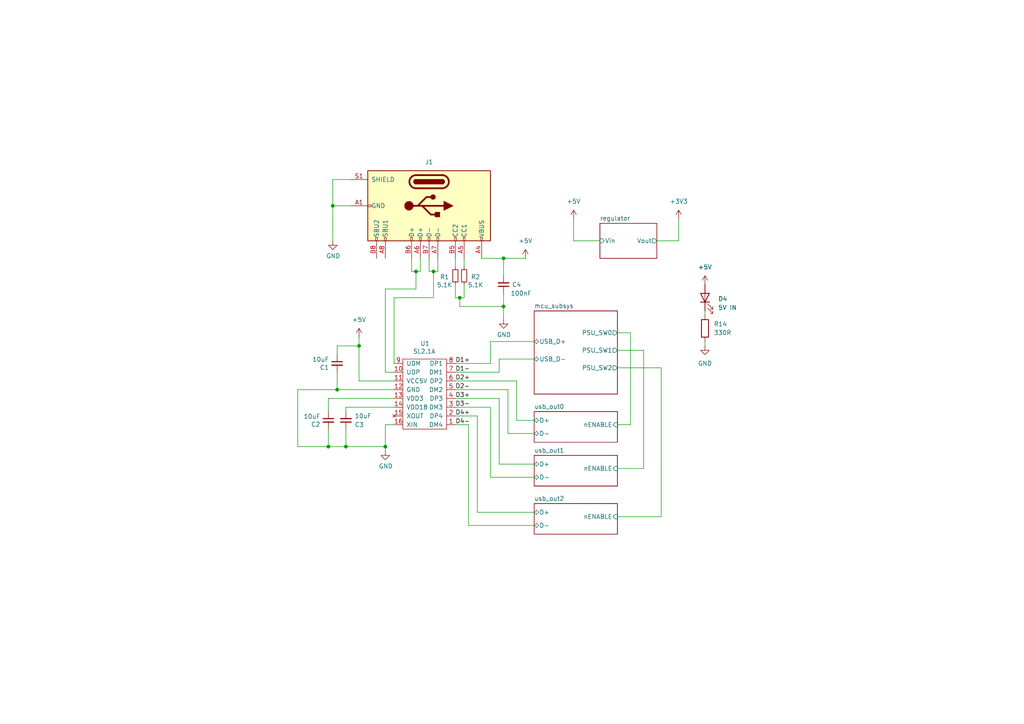
<source format=kicad_sch>
(kicad_sch (version 20211123) (generator eeschema)
  (paper "A4")
  (lib_symbols
    (symbol "Connector:USB_C_Receptacle_USB2.0" (pin_names (offset 1.016))
      (property "Reference" "J" (at -10.16 19.05 0))
      (property "Value" "USB_C_Receptacle_USB2.0" (at 19.05 19.05 0))
      (symbol "USB_C_Receptacle_USB2.0_0_0"
        (rectangle (start -0.254 -17.78) (end 0.254 -16.764))
        (rectangle (start 10.16 -14.986) (end 9.144 -15.494))
        (rectangle (start 10.16 -12.446) (end 9.144 -12.954))
        (rectangle (start 10.16 -4.826) (end 9.144 -5.334))
        (rectangle (start 10.16 -2.286) (end 9.144 -2.794))
        (rectangle (start 10.16 0.254) (end 9.144 -0.254))
        (rectangle (start 10.16 2.794) (end 9.144 2.286))
        (rectangle (start 10.16 7.874) (end 9.144 7.366))
        (rectangle (start 10.16 10.414) (end 9.144 9.906))
        (rectangle (start 10.16 15.494) (end 9.144 14.986))
      )
      (symbol "USB_C_Receptacle_USB2.0_0_1"
        (rectangle (start -10.16 17.78) (end 10.16 -17.78) (stroke (width 0.254)) (fill (type background)))
        (arc (start -8.89 -3.81) (mid -6.985 -5.715) (end -5.08 -3.81) (stroke (width 0.508)))
        (arc (start -7.62 -3.81) (mid -6.985 -4.445) (end -6.35 -3.81) (stroke (width 0.254)))
        (arc (start -7.62 -3.81) (mid -6.985 -4.445) (end -6.35 -3.81) (stroke (width 0.254)) (fill (type outline)))
        (rectangle (start -7.62 -3.81) (end -6.35 3.81) (stroke (width 0.254)) (fill (type outline)))
        (arc (start -6.35 3.81) (mid -6.985 4.445) (end -7.62 3.81) (stroke (width 0.254)))
        (arc (start -6.35 3.81) (mid -6.985 4.445) (end -7.62 3.81) (stroke (width 0.254)) (fill (type outline)))
        (arc (start -5.08 3.81) (mid -6.985 5.715) (end -8.89 3.81) (stroke (width 0.508)))
        (circle (center -2.54 1.143) (radius 0.635) (stroke (width 0.254)) (fill (type outline)))
        (circle (center 0 -5.842) (radius 1.27) (fill (type outline)))
        (polyline (pts (xy -8.89 -3.81) (xy -8.89 3.81)) (stroke (width 0.508)))
        (polyline (pts (xy -5.08 3.81) (xy -5.08 -3.81)) (stroke (width 0.508)))
        (polyline (pts (xy 0 -5.842) (xy 0 4.318)) (stroke (width 0.508)))
        (polyline (pts (xy 0 -3.302) (xy -2.54 -0.762) (xy -2.54 0.508)) (stroke (width 0.508)))
        (polyline (pts (xy 0 -2.032) (xy 2.54 0.508) (xy 2.54 1.778)) (stroke (width 0.508)))
        (polyline (pts (xy -1.27 4.318) (xy 0 6.858) (xy 1.27 4.318) (xy -1.27 4.318)) (stroke (width 0.254)) (fill (type outline)))
        (rectangle (start 1.905 1.778) (end 3.175 3.048) (stroke (width 0.254)) (fill (type outline)))
      )
      (symbol "USB_C_Receptacle_USB2.0_1_1"
        (pin passive line (at 0 -22.86 90) (length 5.08) (name "GND") (number "A1"))
        (pin passive line (at 0 -22.86 90) (length 5.08) hide (name "GND") (number "A12"))
        (pin passive line (at 15.24 15.24 180) (length 5.08) (name "VBUS") (number "A4"))
        (pin bidirectional line (at 15.24 10.16 180) (length 5.08) (name "CC1") (number "A5"))
        (pin bidirectional line (at 15.24 -2.54 180) (length 5.08) (name "D+") (number "A6"))
        (pin bidirectional line (at 15.24 2.54 180) (length 5.08) (name "D-") (number "A7"))
        (pin bidirectional line (at 15.24 -12.7 180) (length 5.08) (name "SBU1") (number "A8"))
        (pin passive line (at 15.24 15.24 180) (length 5.08) hide (name "VBUS") (number "A9"))
        (pin passive line (at 0 -22.86 90) (length 5.08) hide (name "GND") (number "B1"))
        (pin passive line (at 0 -22.86 90) (length 5.08) hide (name "GND") (number "B12"))
        (pin passive line (at 15.24 15.24 180) (length 5.08) hide (name "VBUS") (number "B4"))
        (pin bidirectional line (at 15.24 7.62 180) (length 5.08) (name "CC2") (number "B5"))
        (pin bidirectional line (at 15.24 -5.08 180) (length 5.08) (name "D+") (number "B6"))
        (pin bidirectional line (at 15.24 0 180) (length 5.08) (name "D-") (number "B7"))
        (pin bidirectional line (at 15.24 -15.24 180) (length 5.08) (name "SBU2") (number "B8"))
        (pin passive line (at 15.24 15.24 180) (length 5.08) hide (name "VBUS") (number "B9"))
        (pin passive line (at -7.62 -22.86 90) (length 5.08) (name "SHIELD") (number "S1"))
      )
    )
    (symbol "Device:C_Small" (pin_numbers hide) (pin_names (offset 0.254) hide)
      (property "Reference" "C" (at 0.254 1.778 0))
      (property "Value" "C_Small" (at 0.254 -2.032 0))
      (symbol "C_Small_0_1"
        (polyline (pts (xy -1.524 -0.508) (xy 1.524 -0.508)) (stroke (width 0.3302)))
        (polyline (pts (xy -1.524 0.508) (xy 1.524 0.508)) (stroke (width 0.3048)))
      )
      (symbol "C_Small_1_1"
        (pin passive line (at 0 2.54 270) (length 2.032) (name "~") (number "1"))
        (pin passive line (at 0 -2.54 90) (length 2.032) (name "~") (number "2"))
      )
    )
    (symbol "Device:LED" (pin_numbers hide) (pin_names (offset 1.016) hide)
      (property "Reference" "D" (at 0 2.54 0))
      (property "Value" "LED" (at 0 -2.54 0))
      (symbol "LED_0_1"
        (polyline (pts (xy -1.27 -1.27) (xy -1.27 1.27)) (stroke (width 0.254)))
        (polyline (pts (xy -1.27 0) (xy 1.27 0)))
        (polyline (pts (xy 1.27 -1.27) (xy 1.27 1.27) (xy -1.27 0) (xy 1.27 -1.27)) (stroke (width 0.254)))
        (polyline (pts (xy -3.048 -0.762) (xy -4.572 -2.286) (xy -3.81 -2.286) (xy -4.572 -2.286) (xy -4.572 -1.524)))
        (polyline (pts (xy -1.778 -0.762) (xy -3.302 -2.286) (xy -2.54 -2.286) (xy -3.302 -2.286) (xy -3.302 -1.524)))
      )
      (symbol "LED_1_1"
        (pin passive line (at -3.81 0 0) (length 2.54) (name "K") (number "1"))
        (pin passive line (at 3.81 0 180) (length 2.54) (name "A") (number "2"))
      )
    )
    (symbol "Device:R" (pin_numbers hide) (pin_names (offset 0))
      (property "Reference" "R" (at 2.032 0 90))
      (property "Value" "R" (at 0 0 90))
      (symbol "R_0_1"
        (rectangle (start -1.016 -2.54) (end 1.016 2.54) (stroke (width 0.254)))
      )
      (symbol "R_1_1"
        (pin passive line (at 0 3.81 270) (length 1.27) (name "~") (number "1"))
        (pin passive line (at 0 -3.81 90) (length 1.27) (name "~") (number "2"))
      )
    )
    (symbol "Device:R_Small" (pin_numbers hide) (pin_names (offset 0.254) hide)
      (property "Reference" "R" (at 0.762 0.508 0))
      (property "Value" "R_Small" (at 0.762 -1.016 0))
      (symbol "R_Small_0_1"
        (rectangle (start -0.762 1.778) (end 0.762 -1.778) (stroke (width 0.2032)))
      )
      (symbol "R_Small_1_1"
        (pin passive line (at 0 2.54 270) (length 0.762) (name "~") (number "1"))
        (pin passive line (at 0 -2.54 90) (length 0.762) (name "~") (number "2"))
      )
    )
    (symbol "SL2.1A:SL2.1A" (pin_names (offset 1.016))
      (property "Reference" "U1" (at -1.27 -24.765 0))
      (property "Value" "SL2.1A" (at -1.27 -22.4536 0))
      (symbol "SL2.1A_0_1"
        (rectangle (start -5.08 20.32) (end 7.62 0))
      )
      (symbol "SL2.1A_1_1"
        (pin output line (at -7.62 19.05 0) (length 2.54) (name "DM4") (number "1"))
        (pin input line (at 10.16 3.81 180) (length 2.54) (name "UDP") (number "10"))
        (pin power_in line (at 10.16 6.35 180) (length 2.54) (name "VCC5V") (number "11"))
        (pin power_in line (at 10.16 8.89 180) (length 2.54) (name "GND") (number "12"))
        (pin power_out line (at 10.16 11.43 180) (length 2.54) (name "VDD3") (number "13"))
        (pin power_out line (at 10.16 13.97 180) (length 2.54) (name "VDD18") (number "14"))
        (pin no_connect line (at 10.16 16.51 180) (length 2.54) (name "XOUT") (number "15"))
        (pin power_in line (at 10.16 19.05 180) (length 2.54) (name "XIN") (number "16"))
        (pin output line (at -7.62 16.51 0) (length 2.54) (name "DP4") (number "2"))
        (pin output line (at -7.62 13.97 0) (length 2.54) (name "DM3") (number "3"))
        (pin output line (at -7.62 11.43 0) (length 2.54) (name "DP3") (number "4"))
        (pin output line (at -7.62 8.89 0) (length 2.54) (name "DM2") (number "5"))
        (pin output line (at -7.62 6.35 0) (length 2.54) (name "DP2") (number "6"))
        (pin output line (at -7.62 3.81 0) (length 2.54) (name "DM1") (number "7"))
        (pin output line (at -7.62 1.27 0) (length 2.54) (name "DP1") (number "8"))
        (pin input line (at 10.16 1.27 180) (length 2.54) (name "UDM") (number "9"))
      )
    )
    (symbol "power:+3V3" (power) (pin_names (offset 0))
      (property "Value" "+3V3" (at 0 3.556 0))
      (symbol "+3V3_0_1"
        (polyline (pts (xy -0.762 1.27) (xy 0 2.54)))
        (polyline (pts (xy 0 0) (xy 0 2.54)))
        (polyline (pts (xy 0 2.54) (xy 0.762 1.27)))
      )
      (symbol "+3V3_1_1"
        (pin power_in line (at 0 0 90) (length 0) hide (name "+3V3") (number "1"))
      )
    )
    (symbol "power:+5V" (power) (pin_names (offset 0))
      (property "Value" "+5V" (at 0 3.556 0))
      (symbol "+5V_0_1"
        (polyline (pts (xy -0.762 1.27) (xy 0 2.54)))
        (polyline (pts (xy 0 0) (xy 0 2.54)))
        (polyline (pts (xy 0 2.54) (xy 0.762 1.27)))
      )
      (symbol "+5V_1_1"
        (pin power_in line (at 0 0 90) (length 0) hide (name "+5V") (number "1"))
      )
    )
    (symbol "power:GND" (power) (pin_names (offset 0))
      (property "Value" "GND" (at 0 -3.81 0))
      (symbol "GND_0_1"
        (polyline (pts (xy 0 0) (xy 0 -1.27) (xy 1.27 -1.27) (xy 0 -2.54) (xy -1.27 -1.27) (xy 0 -1.27)))
      )
      (symbol "GND_1_1"
        (pin power_in line (at 0 0 270) (length 0) hide (name "GND") (number "1"))
      )
    )
  )
  (junction (at 111.76 129.54))
  (junction (at 97.79 113.03))
  (junction (at 104.14 100.33))
  (junction (at 125.73 78.74))
  (junction (at 95.25 129.54))
  (junction (at 100.33 129.54))
  (junction (at 146.05 88.9))
  (junction (at 96.52 59.69))
  (junction (at 146.05 74.93))
  (junction (at 120.65 78.74))
  (junction (at 133.35 86.36))
  (wire (pts (xy 120.65 78.74) (xy 119.38 78.74)))
  (wire (pts (xy 95.25 129.54) (xy 100.33 129.54)))
  (wire (pts (xy 135.89 152.4) (xy 135.89 123.19)))
  (wire (pts (xy 121.92 78.74) (xy 120.65 78.74)))
  (wire (pts (xy 96.52 59.69) (xy 96.52 69.85)))
  (wire (pts (xy 135.89 123.19) (xy 132.08 123.19)))
  (wire (pts (xy 142.24 105.41) (xy 132.08 105.41)))
  (wire (pts (xy 95.25 119.38) (xy 95.25 115.57)))
  (wire (pts (xy 204.47 99.06) (xy 204.47 100.33)))
  (wire (pts (xy 86.36 129.54) (xy 95.25 129.54)))
  (wire (pts (xy 147.32 125.73) (xy 147.32 113.03)))
  (wire (pts (xy 127 74.93) (xy 127 78.74)))
  (wire (pts (xy 100.33 129.54) (xy 111.76 129.54)))
  (wire (pts (xy 125.73 86.36) (xy 125.73 78.74)))
  (wire (pts (xy 127 78.74) (xy 125.73 78.74)))
  (wire (pts (xy 154.94 125.73) (xy 147.32 125.73)))
  (wire (pts (xy 142.24 138.43) (xy 142.24 118.11)))
  (wire (pts (xy 144.78 134.62) (xy 154.94 134.62)))
  (wire (pts (xy 111.76 130.81) (xy 111.76 129.54)))
  (wire (pts (xy 97.79 107.95) (xy 97.79 113.03)))
  (wire (pts (xy 132.08 113.03) (xy 147.32 113.03)))
  (wire (pts (xy 138.43 148.59) (xy 154.94 148.59)))
  (wire (pts (xy 132.08 86.36) (xy 133.35 86.36)))
  (wire (pts (xy 100.33 124.46) (xy 100.33 129.54)))
  (wire (pts (xy 101.6 52.07) (xy 96.52 52.07)))
  (wire (pts (xy 104.14 110.49) (xy 114.3 110.49)))
  (wire (pts (xy 182.88 123.19) (xy 179.07 123.19)))
  (wire (pts (xy 95.25 115.57) (xy 114.3 115.57)))
  (wire (pts (xy 104.14 97.79) (xy 104.14 100.33)))
  (wire (pts (xy 86.36 113.03) (xy 86.36 129.54)))
  (wire (pts (xy 133.35 86.36) (xy 134.62 86.36)))
  (wire (pts (xy 97.79 100.33) (xy 104.14 100.33)))
  (wire (pts (xy 132.08 110.49) (xy 149.86 110.49)))
  (wire (pts (xy 121.92 74.93) (xy 121.92 78.74)))
  (wire (pts (xy 111.76 123.19) (xy 114.3 123.19)))
  (wire (pts (xy 125.73 78.74) (xy 124.46 78.74)))
  (wire (pts (xy 144.78 107.95) (xy 144.78 104.14)))
  (wire (pts (xy 132.08 107.95) (xy 144.78 107.95)))
  (wire (pts (xy 120.65 83.82) (xy 120.65 78.74)))
  (wire (pts (xy 111.76 123.19) (xy 111.76 129.54)))
  (wire (pts (xy 179.07 106.68) (xy 191.77 106.68)))
  (wire (pts (xy 97.79 102.87) (xy 97.79 100.33)))
  (wire (pts (xy 100.33 118.11) (xy 100.33 119.38)))
  (wire (pts (xy 104.14 100.33) (xy 104.14 110.49)))
  (wire (pts (xy 191.77 149.86) (xy 191.77 106.68)))
  (wire (pts (xy 166.37 69.85) (xy 173.99 69.85)))
  (wire (pts (xy 95.25 124.46) (xy 95.25 129.54)))
  (wire (pts (xy 144.78 115.57) (xy 144.78 134.62)))
  (wire (pts (xy 114.3 118.11) (xy 100.33 118.11)))
  (wire (pts (xy 186.69 135.89) (xy 179.07 135.89)))
  (wire (pts (xy 138.43 120.65) (xy 138.43 148.59)))
  (wire (pts (xy 132.08 120.65) (xy 138.43 120.65)))
  (wire (pts (xy 179.07 149.86) (xy 191.77 149.86)))
  (wire (pts (xy 132.08 74.93) (xy 132.08 77.47)))
  (wire (pts (xy 111.76 83.82) (xy 120.65 83.82)))
  (wire (pts (xy 182.88 96.52) (xy 182.88 123.19)))
  (wire (pts (xy 154.94 152.4) (xy 135.89 152.4)))
  (wire (pts (xy 114.3 107.95) (xy 111.76 107.95)))
  (wire (pts (xy 133.35 88.9) (xy 133.35 86.36)))
  (wire (pts (xy 97.79 113.03) (xy 86.36 113.03)))
  (wire (pts (xy 146.05 88.9) (xy 133.35 88.9)))
  (wire (pts (xy 132.08 115.57) (xy 144.78 115.57)))
  (wire (pts (xy 132.08 86.36) (xy 132.08 82.55)))
  (wire (pts (xy 114.3 86.36) (xy 125.73 86.36)))
  (wire (pts (xy 146.05 80.01) (xy 146.05 74.93)))
  (wire (pts (xy 179.07 101.6) (xy 186.69 101.6)))
  (wire (pts (xy 186.69 101.6) (xy 186.69 135.89)))
  (wire (pts (xy 154.94 138.43) (xy 142.24 138.43)))
  (wire (pts (xy 111.76 107.95) (xy 111.76 83.82)))
  (wire (pts (xy 142.24 99.06) (xy 142.24 105.41)))
  (wire (pts (xy 142.24 118.11) (xy 132.08 118.11)))
  (wire (pts (xy 144.78 104.14) (xy 154.94 104.14)))
  (wire (pts (xy 134.62 77.47) (xy 134.62 74.93)))
  (wire (pts (xy 149.86 121.92) (xy 154.94 121.92)))
  (wire (pts (xy 139.7 74.93) (xy 146.05 74.93)))
  (wire (pts (xy 146.05 92.71) (xy 146.05 88.9)))
  (wire (pts (xy 134.62 82.55) (xy 134.62 86.36)))
  (wire (pts (xy 124.46 78.74) (xy 124.46 74.93)))
  (wire (pts (xy 101.6 59.69) (xy 96.52 59.69)))
  (wire (pts (xy 96.52 52.07) (xy 96.52 59.69)))
  (wire (pts (xy 179.07 96.52) (xy 182.88 96.52)))
  (wire (pts (xy 166.37 63.5) (xy 166.37 69.85)))
  (wire (pts (xy 204.47 90.17) (xy 204.47 91.44)))
  (wire (pts (xy 114.3 105.41) (xy 114.3 86.36)))
  (wire (pts (xy 146.05 88.9) (xy 146.05 85.09)))
  (wire (pts (xy 196.85 69.85) (xy 196.85 63.5)))
  (wire (pts (xy 119.38 78.74) (xy 119.38 74.93)))
  (wire (pts (xy 149.86 110.49) (xy 149.86 121.92)))
  (wire (pts (xy 154.94 99.06) (xy 142.24 99.06)))
  (wire (pts (xy 146.05 74.93) (xy 152.4 74.93)))
  (wire (pts (xy 190.5 69.85) (xy 196.85 69.85)))
  (wire (pts (xy 114.3 113.03) (xy 97.79 113.03)))
  (label "D1+" (at 132.08 105.41 0))
  (label "D1-" (at 132.08 107.95 0))
  (label "D3-" (at 132.08 118.11 0))
  (label "D2+" (at 132.08 110.49 0))
  (label "D3+" (at 132.08 115.57 0))
  (label "D4+" (at 132.08 120.65 0))
  (label "D2-" (at 132.08 113.03 0))
  (label "D4-" (at 132.08 123.19 0))
  (symbol (lib_id "SL2.1A:SL2.1A") (at 124.46 104.14 180) (unit 1)
    (property "Reference" "U1" (at 123.2604 99.6285 0))
    (property "Value" "SL2.1A" (at 123.0491 101.9168 0))
    (property "Footprint" "Package_SO:SOIC-16_4.55x10.3mm_P1.27mm" (effects hide))
  )
  (symbol (lib_id "power:GND") (at 111.76 130.81 0) (unit 1)
    (property "Reference" "#PWR0101" (effects hide))
    (property "Value" "GND" (at 111.887 135.2042 0))
  )
  (symbol (lib_id "Device:C_Small") (at 95.25 121.92 0) (unit 1)
    (property "Reference" "C2" (at 92.9132 123.0884 0) (effects (justify right)))
    (property "Value" "10uF" (at 92.9132 120.777 0) (effects (justify right)))
    (property "Footprint" "Capacitor_SMD:C_0805_2012Metric_Pad1.18x1.45mm_HandSolder" (effects hide))
  )
  (symbol (lib_id "Device:C_Small") (at 100.33 121.92 180) (unit 1)
    (property "Reference" "C3" (at 102.87 123.19 0) (effects (justify right)))
    (property "Value" "10uF" (at 102.87 120.65 0) (effects (justify right)))
    (property "Footprint" "Capacitor_SMD:C_0805_2012Metric_Pad1.18x1.45mm_HandSolder" (effects hide))
  )
  (symbol (lib_id "power:GND") (at 204.47 100.33 0) (unit 1)
    (property "Reference" "#PWR0102" (effects hide))
    (property "Value" "GND" (at 204.47 105.41 0))
  )
  (symbol (lib_id "Device:LED") (at 204.47 86.36 90) (unit 1)
    (property "Reference" "D4" (at 208.28 86.6774 90) (effects (justify right)))
    (property "Value" "5V IN" (at 208.28 89.2174 90) (effects (justify right)))
    (property "Footprint" "LED_SMD:LED_0805_2012Metric_Pad1.15x1.40mm_HandSolder" (effects hide))
  )
  (symbol (lib_id "Device:C_Small") (at 146.05 82.55 180) (unit 1)
    (property "Reference" "C4" (at 149.86 82.55 0))
    (property "Value" "100nF" (at 151.13 85.09 0))
    (property "Footprint" "Capacitor_SMD:C_0805_2012Metric_Pad1.18x1.45mm_HandSolder" (effects hide))
  )
  (symbol (lib_id "power:+5V") (at 104.14 97.79 0) (unit 1)
    (property "Reference" "#PWR0107" (effects hide))
    (property "Value" "+5V" (at 104.14 92.71 0))
  )
  (symbol (lib_id "power:GND") (at 96.52 69.85 0) (unit 1)
    (property "Reference" "#PWR01" (effects hide))
    (property "Value" "GND" (at 96.647 74.2442 0))
  )
  (symbol (lib_id "Device:R_Small") (at 134.62 80.01 180) (unit 1)
    (property "Reference" "R2" (at 137.915 80.3373 0))
    (property "Value" "5.1K" (at 137.915 82.6487 0))
    (property "Footprint" "Resistor_SMD:R_0805_2012Metric_Pad1.20x1.40mm_HandSolder" (effects hide))
  )
  (symbol (lib_id "Device:R_Small") (at 132.08 80.01 0) (unit 1)
    (property "Reference" "R1" (at 128.9423 80.3373 0))
    (property "Value" "5.1K" (at 128.9423 82.6487 0))
    (property "Footprint" "Resistor_SMD:R_0805_2012Metric_Pad1.20x1.40mm_HandSolder" (effects hide))
  )
  (symbol (lib_id "Device:R") (at 204.47 95.25 0) (unit 1)
    (property "Reference" "R14" (at 207.01 93.9799 0) (effects (justify left)))
    (property "Value" "330R" (at 207.01 96.5199 0) (effects (justify left)))
    (property "Footprint" "Resistor_SMD:R_0805_2012Metric_Pad1.20x1.40mm_HandSolder" (effects hide))
  )
  (symbol (lib_id "power:+5V") (at 166.37 63.5 0) (unit 1)
    (property "Reference" "#PWR04" (effects hide))
    (property "Value" "+5V" (at 166.37 58.42 0))
  )
  (symbol (lib_id "power:+5V") (at 204.47 82.55 0) (unit 1)
    (property "Reference" "#PWR0103" (effects hide))
    (property "Value" "+5V" (at 204.47 77.47 0))
  )
  (symbol (lib_id "Connector:USB_C_Receptacle_USB2.0") (at 124.46 59.69 270) (unit 1)
    (property "Reference" "J1" (at 124.46 46.99 90))
    (property "Value" "USB_C_Receptacle_USB2.0" (effects hide))
    (property "Footprint" "Connector_USB:USB_C_Receptacle_GCT_USB4085" (effects hide))
    (property "Datasheet" "https://www.usb.org/sites/default/files/documents/usb_type-c.zip" (effects hide))
  )
  (symbol (lib_id "power:GND") (at 146.05 92.71 0) (unit 1)
    (property "Reference" "#PWR02" (effects hide))
    (property "Value" "GND" (at 146.177 97.1042 0))
  )
  (symbol (lib_id "power:+3V3") (at 196.85 63.5 0) (unit 1)
    (property "Reference" "#PWR05" (effects hide))
    (property "Value" "+3V3" (at 196.85 58.42 0))
  )
  (symbol (lib_id "Device:C_Small") (at 97.79 105.41 0) (unit 1)
    (property "Reference" "C1" (at 95.4532 106.5784 0) (effects (justify right)))
    (property "Value" "10uF" (at 95.4532 104.267 0) (effects (justify right)))
    (property "Footprint" "Capacitor_SMD:C_0805_2012Metric_Pad1.18x1.45mm_HandSolder" (effects hide))
  )
  (symbol (lib_id "power:+5V") (at 152.4 74.93 0) (unit 1)
    (property "Reference" "#PWR03" (effects hide))
    (property "Value" "+5V" (at 152.4 69.85 0))
  )
  (sheet (at 154.94 119.38) (size 24.13 8.89) (stroke (width 0.1524))
    (property "Sheet name" "usb_out0" (at 154.94 118.6684 0) (effects (justify left bottom)))
    (property "Sheet file" "usb_out.kicad_sch" (effects hide))
    (pin "D-" bidirectional (at 154.94 125.73 180))
    (pin "D+" bidirectional (at 154.94 121.92 180))
    (pin "nENABLE" input (at 179.07 123.19 0))
  )
  (sheet (at 154.94 132.08) (size 24.13 8.89) (stroke (width 0.1524))
    (property "Sheet name" "usb_out1" (at 154.94 131.3684 0) (effects (justify left bottom)))
    (property "Sheet file" "usb_out.kicad_sch" (effects hide))
    (pin "D-" bidirectional (at 154.94 138.43 180))
    (pin "D+" bidirectional (at 154.94 134.62 180))
    (pin "nENABLE" input (at 179.07 135.89 0))
  )
  (sheet (at 154.94 90.17) (size 24.13 24.13) (stroke (width 0.1524))
    (property "Sheet name" "mcu_subsys" (at 154.94 89.4584 0) (effects (justify left bottom)))
    (property "Sheet file" "mcu_subsys.kicad_sch" (effects hide))
    (pin "PSU_SW0" output (at 179.07 96.52 0))
    (pin "PSU_SW1" output (at 179.07 101.6 0))
    (pin "PSU_SW2" output (at 179.07 106.68 0))
    (pin "USB_D+" bidirectional (at 154.94 99.06 180))
    (pin "USB_D-" bidirectional (at 154.94 104.14 180))
  )
  (sheet (at 154.94 146.05) (size 24.13 8.89) (stroke (width 0.1524))
    (property "Sheet name" "usb_out2" (at 154.94 145.3384 0) (effects (justify left bottom)))
    (property "Sheet file" "usb_out.kicad_sch" (effects hide))
    (pin "D-" bidirectional (at 154.94 152.4 180))
    (pin "D+" bidirectional (at 154.94 148.59 180))
    (pin "nENABLE" input (at 179.07 149.86 0))
  )
  (sheet (at 173.99 64.77) (size 16.51 10.16) (stroke (width 0.1524))
    (property "Sheet name" "regulator" (at 173.99 64.0584 0) (effects (justify left bottom)))
    (property "Sheet file" "regulator.kicad_sch" (effects hide))
    (pin "Vout" output (at 190.5 69.85 0))
    (pin "Vin" input (at 173.99 69.85 180))
  )
)
</source>
